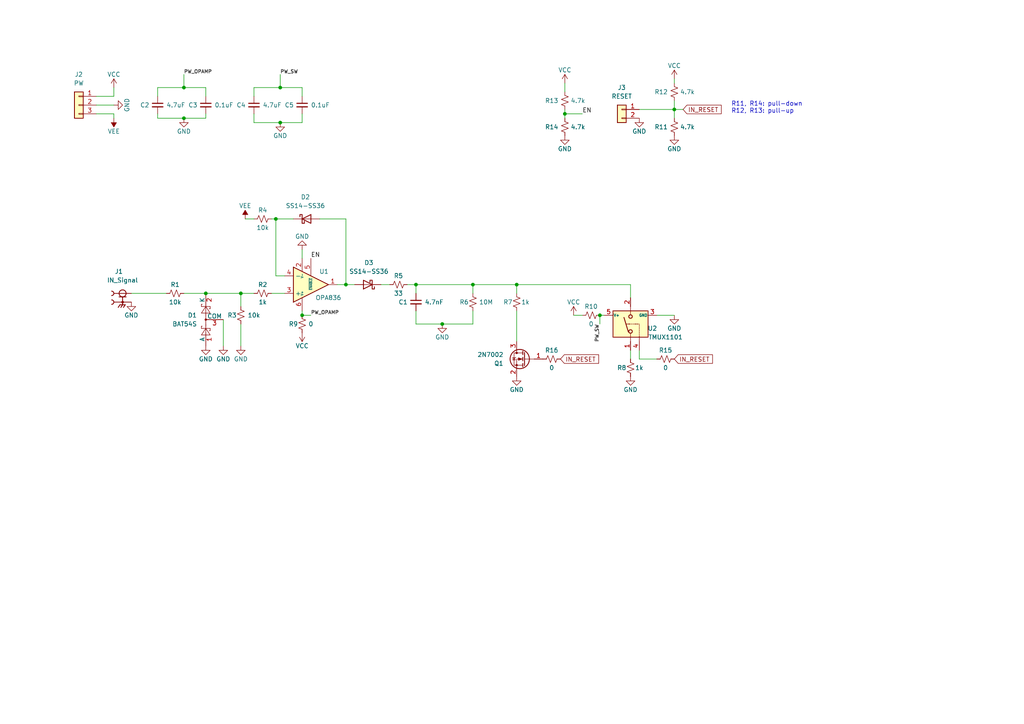
<source format=kicad_sch>
(kicad_sch (version 20230121) (generator eeschema)
  (paper "A4")
  (lib_symbols
    (symbol "Amplifier_Operational:LT6230xS6"
      (property "Reference" "U" (at 0 6.35 0))
      (property "Value" "LT6230xS6" (at 0 3.81 0))
      (symbol "LT6230xS6_1_1"
        (polyline (pts (xy -5.08 5.08) (xy 5.08 0) (xy -5.08 -5.08) (xy -5.08 5.08)) (stroke (width 0.254)) (fill (type background)))
        (pin output line (at 7.62 0 180) (length 2.54) (name "~") (number "1"))
        (pin power_in line (at -2.54 -7.62 90) (length 3.81) (name "V-") (number "2"))
        (pin input line (at -7.62 2.54 0) (length 2.54) (name "+") (number "3"))
        (pin input line (at -7.62 -2.54 0) (length 2.54) (name "-") (number "4"))
        (pin input line (at 0 -7.62 90) (length 5.08) (name "~{ENABLE}") (number "5"))
        (pin power_in line (at -2.54 7.62 270) (length 3.81) (name "V+") (number "6"))
      )
    )
    (symbol "Analog_Switch:TS5A3166DBVR" (pin_names (offset 0.127))
      (property "Reference" "U" (at -3.81 6.35 0))
      (property "Value" "TS5A3166DBVR" (at 3.81 -6.35 0))
      (symbol "TS5A3166DBVR_0_1"
        (polyline (pts (xy -5.08 -2.54) (xy -3.302 -2.54)))
        (polyline (pts (xy -3.048 -2.54) (xy -2.794 -2.54)))
        (polyline (pts (xy -2.54 -2.54) (xy -2.286 -2.54)))
        (polyline (pts (xy -2.032 -2.54) (xy -1.778 -2.54)))
        (polyline (pts (xy -1.524 -2.54) (xy -1.27 -2.54)))
        (polyline (pts (xy -1.016 -2.54) (xy -0.762 -2.54)))
        (polyline (pts (xy -0.508 -2.54) (xy -0.254 -2.54)))
        (polyline (pts (xy 0 -2.032) (xy 0 -1.778)))
        (polyline (pts (xy 0 -1.524) (xy 0 -1.27)))
      )
      (symbol "TS5A3166DBVR_1_1"
        (rectangle (start -3.81 5.08) (end 3.81 -5.08) (stroke (width 0.254)) (fill (type background)))
        (circle (center -2.159 0) (radius 0.508) (stroke (width 0.254)))
        (polyline (pts (xy -5.08 0) (xy -2.794 0)))
        (polyline (pts (xy -2.286 0.635) (xy 1.905 1.905)) (stroke (width 0.254)))
        (polyline (pts (xy 0 -2.54) (xy 0 -2.286)))
        (polyline (pts (xy 0 -2.032) (xy 0 -1.778)))
        (polyline (pts (xy 0 -1.524) (xy 0 -1.27)))
        (polyline (pts (xy 0 -1.016) (xy 0 -0.762)))
        (polyline (pts (xy 0 -0.508) (xy 0 -0.254)))
        (polyline (pts (xy 0 0) (xy 0 0.508)))
        (polyline (pts (xy 0 0.254) (xy 0 1.27)))
        (polyline (pts (xy 5.08 0) (xy 2.794 0)))
        (circle (center 2.159 0) (radius 0.508) (stroke (width 0.254)))
        (pin passive line (at -7.62 0 0) (length 2.54) (name "~") (number "1"))
        (pin passive line (at 7.62 0 180) (length 2.54) (name "~") (number "2"))
        (pin power_in line (at 2.54 -7.62 90) (length 2.54) (name "GND") (number "3"))
        (pin input line (at -7.62 -2.54 0) (length 2.54) (name "~") (number "4"))
        (pin power_in line (at 2.54 7.62 270) (length 2.54) (name "V+") (number "5"))
      )
    )
    (symbol "CONSMA020.062-G:CONSMA020.062-G" (pin_numbers hide) (pin_names (offset 1.016) hide)
      (property "Reference" "J" (at -3.81 1.524 0))
      (property "Value" "CONSMA020.062-G" (at -4.064 -6.858 0))
      (symbol "CONSMA020.062-G_0_0"
        (arc (start -3.175 -3.175) (mid -2.5427 -2.54) (end -3.175 -1.905) (stroke (width 0.254)))
        (arc (start -3.175 -0.635) (mid -2.5427 0) (end -3.175 0.635) (stroke (width 0.254)))
        (circle (center 0 -2.54) (radius 0.254) (stroke (width 0.254)))
        (polyline (pts (xy -1.016 -1.016) (xy 0 -1.016)) (stroke (width 0.254)))
        (polyline (pts (xy -0.762 -3.302) (xy -1.27 -4.064)) (stroke (width 0.254)))
        (polyline (pts (xy 0 -3.302) (xy -0.762 -3.302)) (stroke (width 0.254)))
        (polyline (pts (xy 0 -3.302) (xy -0.508 -4.064)) (stroke (width 0.254)))
        (polyline (pts (xy 0 -3.302) (xy 0.762 -3.302)) (stroke (width 0.254)))
        (polyline (pts (xy 0 -1.016) (xy 0 -3.302)) (stroke (width 0.254)))
        (polyline (pts (xy 0 -1.016) (xy 1.016 -1.016)) (stroke (width 0.254)))
        (polyline (pts (xy 0.762 -3.302) (xy 0.254 -4.064)) (stroke (width 0.254)))
        (circle (center 0 0) (radius 1.016) (stroke (width 0.254)))
        (pin passive line (at 2.54 0 180) (length 5.08) (name "~") (number "1"))
        (pin passive line (at 2.54 -2.54 180) (length 5.08) (name "~") (number "S1"))
      )
    )
    (symbol "Connector_Generic:Conn_01x02" (pin_names (offset 1.016) hide)
      (property "Reference" "J" (at 0 2.54 0))
      (property "Value" "Conn_01x02" (at 0 -5.08 0))
      (symbol "Conn_01x02_1_1"
        (rectangle (start -1.27 -2.413) (end 0 -2.667) (stroke (width 0.1524)))
        (rectangle (start -1.27 0.127) (end 0 -0.127) (stroke (width 0.1524)))
        (rectangle (start -1.27 1.27) (end 1.27 -3.81) (stroke (width 0.254)) (fill (type background)))
        (pin passive line (at -5.08 0 0) (length 3.81) (name "Pin_1") (number "1"))
        (pin passive line (at -5.08 -2.54 0) (length 3.81) (name "Pin_2") (number "2"))
      )
    )
    (symbol "Connector_Generic:Conn_01x03" (pin_names (offset 1.016) hide)
      (property "Reference" "J" (at 0 5.08 0))
      (property "Value" "Conn_01x03" (at 0 -5.08 0))
      (symbol "Conn_01x03_1_1"
        (rectangle (start -1.27 -2.413) (end 0 -2.667) (stroke (width 0.1524)))
        (rectangle (start -1.27 0.127) (end 0 -0.127) (stroke (width 0.1524)))
        (rectangle (start -1.27 2.667) (end 0 2.413) (stroke (width 0.1524)))
        (rectangle (start -1.27 3.81) (end 1.27 -3.81) (stroke (width 0.254)) (fill (type background)))
        (pin passive line (at -5.08 2.54 0) (length 3.81) (name "Pin_1") (number "1"))
        (pin passive line (at -5.08 0 0) (length 3.81) (name "Pin_2") (number "2"))
        (pin passive line (at -5.08 -2.54 0) (length 3.81) (name "Pin_3") (number "3"))
      )
    )
    (symbol "Device:C_Small" (pin_numbers hide) (pin_names (offset 0.254) hide)
      (property "Reference" "C" (at 0.254 1.778 0))
      (property "Value" "C_Small" (at 0.254 -2.032 0))
      (symbol "C_Small_0_1"
        (polyline (pts (xy -1.524 -0.508) (xy 1.524 -0.508)) (stroke (width 0.3302)))
        (polyline (pts (xy -1.524 0.508) (xy 1.524 0.508)) (stroke (width 0.3048)))
      )
      (symbol "C_Small_1_1"
        (pin passive line (at 0 2.54 270) (length 2.032) (name "~") (number "1"))
        (pin passive line (at 0 -2.54 90) (length 2.032) (name "~") (number "2"))
      )
    )
    (symbol "Device:R_Small_US" (pin_numbers hide) (pin_names (offset 0.254) hide)
      (property "Reference" "R" (at 0.762 0.508 0))
      (property "Value" "R_Small_US" (at 0.762 -1.016 0))
      (symbol "R_Small_US_1_1"
        (polyline (pts (xy 0 0) (xy 1.016 -0.381) (xy 0 -0.762) (xy -1.016 -1.143) (xy 0 -1.524)))
        (polyline (pts (xy 0 1.524) (xy 1.016 1.143) (xy 0 0.762) (xy -1.016 0.381) (xy 0 0)))
        (pin passive line (at 0 2.54 270) (length 1.016) (name "~") (number "1"))
        (pin passive line (at 0 -2.54 90) (length 1.016) (name "~") (number "2"))
      )
    )
    (symbol "Diode:B120-E3" (pin_numbers hide) (pin_names hide)
      (property "Reference" "D" (at 0 2.54 0))
      (property "Value" "B120-E3" (at 0 -2.54 0))
      (symbol "B120-E3_0_1"
        (polyline (pts (xy 1.27 0) (xy -1.27 0)))
        (polyline (pts (xy 1.27 1.27) (xy 1.27 -1.27) (xy -1.27 0) (xy 1.27 1.27)) (stroke (width 0.254)))
        (polyline (pts (xy -1.905 0.635) (xy -1.905 1.27) (xy -1.27 1.27) (xy -1.27 -1.27) (xy -0.635 -1.27) (xy -0.635 -0.635)) (stroke (width 0.254)))
      )
      (symbol "B120-E3_1_1"
        (pin passive line (at -3.81 0 0) (length 2.54) (name "K") (number "1"))
        (pin passive line (at 3.81 0 180) (length 2.54) (name "A") (number "2"))
      )
    )
    (symbol "Diode:BAT54S" (pin_names (offset 0))
      (property "Reference" "D" (at 2.54 -5.08 0))
      (property "Value" "BAT54S" (at -6.35 3.175 0))
      (symbol "BAT54S_0_1"
        (polyline (pts (xy -3.81 0) (xy -1.27 0)))
        (polyline (pts (xy -3.175 -1.27) (xy -3.175 -1.016)))
        (polyline (pts (xy -2.54 -1.27) (xy -3.175 -1.27)))
        (polyline (pts (xy -2.54 -1.27) (xy -2.54 1.27)))
        (polyline (pts (xy -2.54 1.27) (xy -1.905 1.27)))
        (polyline (pts (xy -1.905 0) (xy 1.905 0)))
        (polyline (pts (xy -1.905 1.27) (xy -1.905 1.016)))
        (polyline (pts (xy 1.27 0) (xy 3.81 0)))
        (polyline (pts (xy 3.175 -1.27) (xy 3.175 -1.016)))
        (polyline (pts (xy 3.81 -1.27) (xy 3.175 -1.27)))
        (polyline (pts (xy 3.81 -1.27) (xy 3.81 1.27)))
        (polyline (pts (xy 3.81 1.27) (xy 4.445 1.27)))
        (polyline (pts (xy 4.445 1.27) (xy 4.445 1.016)))
        (polyline (pts (xy -4.445 1.27) (xy -4.445 -1.27) (xy -2.54 0) (xy -4.445 1.27)))
        (polyline (pts (xy 1.905 1.27) (xy 1.905 -1.27) (xy 3.81 0) (xy 1.905 1.27)))
        (circle (center 0 0) (radius 0.254) (fill (type outline)))
      )
      (symbol "BAT54S_1_1"
        (pin passive line (at -7.62 0 0) (length 3.81) (name "A") (number "1"))
        (pin passive line (at 7.62 0 180) (length 3.81) (name "K") (number "2"))
        (pin passive line (at 0 -5.08 90) (length 5.08) (name "COM") (number "3"))
      )
    )
    (symbol "Transistor_FET:2N7002" (pin_names hide)
      (property "Reference" "Q" (at 5.08 1.905 0))
      (property "Value" "2N7002" (at 5.08 0 0))
      (symbol "2N7002_0_1"
        (polyline (pts (xy 0.254 0) (xy -2.54 0)))
        (polyline (pts (xy 0.254 1.905) (xy 0.254 -1.905)) (stroke (width 0.254)))
        (polyline (pts (xy 0.762 -1.27) (xy 0.762 -2.286)) (stroke (width 0.254)))
        (polyline (pts (xy 0.762 0.508) (xy 0.762 -0.508)) (stroke (width 0.254)))
        (polyline (pts (xy 0.762 2.286) (xy 0.762 1.27)) (stroke (width 0.254)))
        (polyline (pts (xy 2.54 2.54) (xy 2.54 1.778)))
        (polyline (pts (xy 2.54 -2.54) (xy 2.54 0) (xy 0.762 0)))
        (polyline (pts (xy 0.762 -1.778) (xy 3.302 -1.778) (xy 3.302 1.778) (xy 0.762 1.778)))
        (polyline (pts (xy 1.016 0) (xy 2.032 0.381) (xy 2.032 -0.381) (xy 1.016 0)) (fill (type outline)))
        (polyline (pts (xy 2.794 0.508) (xy 2.921 0.381) (xy 3.683 0.381) (xy 3.81 0.254)))
        (polyline (pts (xy 3.302 0.381) (xy 2.921 -0.254) (xy 3.683 -0.254) (xy 3.302 0.381)))
        (circle (center 1.651 0) (radius 2.794) (stroke (width 0.254)))
        (circle (center 2.54 -1.778) (radius 0.254) (fill (type outline)))
        (circle (center 2.54 1.778) (radius 0.254) (fill (type outline)))
      )
      (symbol "2N7002_1_1"
        (pin input line (at -5.08 0 0) (length 2.54) (name "G") (number "1"))
        (pin passive line (at 2.54 -5.08 90) (length 2.54) (name "S") (number "2"))
        (pin passive line (at 2.54 5.08 270) (length 2.54) (name "D") (number "3"))
      )
    )
    (symbol "power:GND" (power) (pin_names (offset 0))
      (property "Value" "GND" (at 0 -3.81 0))
      (symbol "GND_0_1"
        (polyline (pts (xy 0 0) (xy 0 -1.27) (xy 1.27 -1.27) (xy 0 -2.54) (xy -1.27 -1.27) (xy 0 -1.27)))
      )
      (symbol "GND_1_1"
        (pin power_in line (at 0 0 270) (length 0) hide (name "GND") (number "1"))
      )
    )
    (symbol "power:VCC" (power) (pin_names (offset 0))
      (property "Value" "VCC" (at 0 3.81 0))
      (symbol "VCC_0_1"
        (polyline (pts (xy -0.762 1.27) (xy 0 2.54)))
        (polyline (pts (xy 0 0) (xy 0 2.54)))
        (polyline (pts (xy 0 2.54) (xy 0.762 1.27)))
      )
      (symbol "VCC_1_1"
        (pin power_in line (at 0 0 90) (length 0) hide (name "VCC") (number "1"))
      )
    )
    (symbol "power:VEE" (power) (pin_names (offset 0))
      (property "Value" "VEE" (at 0 3.81 0))
      (symbol "VEE_0_1"
        (polyline (pts (xy 0 0) (xy 0 2.54)))
        (polyline (pts (xy 0.762 1.27) (xy -0.762 1.27) (xy 0 2.54) (xy 0.762 1.27)) (fill (type outline)))
      )
      (symbol "VEE_1_1"
        (pin power_in line (at 0 0 90) (length 0) hide (name "VEE") (number "1"))
      )
    )
  )
  (junction (at 173.99 91.44))
  (junction (at 69.85 85.09))
  (junction (at 53.34 25.4))
  (junction (at 163.83 33.02))
  (junction (at 149.86 82.55))
  (junction (at 195.58 31.75))
  (junction (at 100.33 82.55))
  (junction (at 120.65 82.55))
  (junction (at 81.28 25.4))
  (junction (at 53.34 34.29))
  (junction (at 87.63 91.44))
  (junction (at 81.28 35.56))
  (junction (at 80.01 63.5))
  (junction (at 128.27 93.98))
  (junction (at 59.69 85.09))
  (junction (at 137.16 82.55))
  (wire (pts (xy 166.37 91.44) (xy 168.91 91.44)))
  (wire (pts (xy 64.77 92.71) (xy 64.77 100.33)))
  (wire (pts (xy 27.94 30.48) (xy 33.02 30.48)))
  (wire (pts (xy 195.58 34.29) (xy 195.58 31.75)))
  (wire (pts (xy 120.65 82.55) (xy 137.16 82.55)))
  (wire (pts (xy 73.66 35.56) (xy 81.28 35.56)))
  (wire (pts (xy 195.58 31.75) (xy 198.12 31.75)))
  (wire (pts (xy 118.11 82.55) (xy 120.65 82.55)))
  (wire (pts (xy 81.28 35.56) (xy 87.63 35.56)))
  (wire (pts (xy 173.99 91.44) (xy 175.26 91.44)))
  (wire (pts (xy 87.63 90.17) (xy 87.63 91.44)))
  (wire (pts (xy 69.85 93.98) (xy 69.85 100.33)))
  (wire (pts (xy 38.1 85.09) (xy 48.26 85.09)))
  (wire (pts (xy 163.83 24.13) (xy 163.83 26.67)))
  (wire (pts (xy 128.27 93.98) (xy 137.16 93.98)))
  (wire (pts (xy 71.12 63.5) (xy 73.66 63.5)))
  (wire (pts (xy 185.42 104.14) (xy 185.42 101.6)))
  (wire (pts (xy 190.5 104.14) (xy 185.42 104.14)))
  (wire (pts (xy 137.16 85.09) (xy 137.16 82.55)))
  (wire (pts (xy 45.72 25.4) (xy 53.34 25.4)))
  (wire (pts (xy 163.83 33.02) (xy 163.83 34.29)))
  (wire (pts (xy 81.28 25.4) (xy 87.63 25.4)))
  (wire (pts (xy 73.66 33.02) (xy 73.66 35.56)))
  (wire (pts (xy 137.16 82.55) (xy 149.86 82.55)))
  (wire (pts (xy 73.66 25.4) (xy 73.66 27.94)))
  (wire (pts (xy 92.71 63.5) (xy 100.33 63.5)))
  (wire (pts (xy 45.72 34.29) (xy 53.34 34.29)))
  (wire (pts (xy 53.34 21.59) (xy 53.34 25.4)))
  (wire (pts (xy 195.58 29.21) (xy 195.58 31.75)))
  (wire (pts (xy 137.16 90.17) (xy 137.16 93.98)))
  (wire (pts (xy 53.34 25.4) (xy 59.69 25.4)))
  (wire (pts (xy 182.88 101.6) (xy 182.88 104.14)))
  (wire (pts (xy 120.65 90.17) (xy 120.65 93.98)))
  (wire (pts (xy 78.74 85.09) (xy 82.55 85.09)))
  (wire (pts (xy 87.63 33.02) (xy 87.63 35.56)))
  (wire (pts (xy 185.42 31.75) (xy 195.58 31.75)))
  (wire (pts (xy 87.63 91.44) (xy 90.17 91.44)))
  (wire (pts (xy 120.65 93.98) (xy 128.27 93.98)))
  (wire (pts (xy 173.99 91.44) (xy 173.99 93.98)))
  (wire (pts (xy 80.01 63.5) (xy 85.09 63.5)))
  (wire (pts (xy 149.86 85.09) (xy 149.86 82.55)))
  (wire (pts (xy 120.65 82.55) (xy 120.65 85.09)))
  (wire (pts (xy 59.69 33.02) (xy 59.69 34.29)))
  (wire (pts (xy 33.02 25.4) (xy 33.02 27.94)))
  (wire (pts (xy 69.85 85.09) (xy 73.66 85.09)))
  (wire (pts (xy 53.34 85.09) (xy 59.69 85.09)))
  (wire (pts (xy 100.33 82.55) (xy 102.87 82.55)))
  (wire (pts (xy 59.69 25.4) (xy 59.69 27.94)))
  (wire (pts (xy 87.63 72.39) (xy 87.63 74.93)))
  (wire (pts (xy 27.94 27.94) (xy 33.02 27.94)))
  (wire (pts (xy 45.72 25.4) (xy 45.72 27.94)))
  (wire (pts (xy 81.28 21.59) (xy 81.28 25.4)))
  (wire (pts (xy 82.55 80.01) (xy 80.01 80.01)))
  (wire (pts (xy 110.49 82.55) (xy 113.03 82.55)))
  (wire (pts (xy 195.58 22.86) (xy 195.58 24.13)))
  (wire (pts (xy 87.63 25.4) (xy 87.63 27.94)))
  (wire (pts (xy 78.74 63.5) (xy 80.01 63.5)))
  (wire (pts (xy 73.66 25.4) (xy 81.28 25.4)))
  (wire (pts (xy 69.85 85.09) (xy 69.85 88.9)))
  (wire (pts (xy 100.33 82.55) (xy 97.79 82.55)))
  (wire (pts (xy 149.86 90.17) (xy 149.86 99.06)))
  (wire (pts (xy 80.01 80.01) (xy 80.01 63.5)))
  (wire (pts (xy 182.88 86.36) (xy 182.88 82.55)))
  (wire (pts (xy 149.86 82.55) (xy 182.88 82.55)))
  (wire (pts (xy 190.5 91.44) (xy 195.58 91.44)))
  (wire (pts (xy 163.83 33.02) (xy 168.91 33.02)))
  (wire (pts (xy 163.83 31.75) (xy 163.83 33.02)))
  (wire (pts (xy 59.69 85.09) (xy 69.85 85.09)))
  (wire (pts (xy 33.02 33.02) (xy 27.94 33.02)))
  (wire (pts (xy 100.33 63.5) (xy 100.33 82.55)))
  (wire (pts (xy 45.72 33.02) (xy 45.72 34.29)))
  (wire (pts (xy 53.34 34.29) (xy 59.69 34.29)))
  (wire (pts (xy 33.02 34.29) (xy 33.02 33.02)))
  (text "R11, R14: pull-down\nR12, R13: pull-up \n" (at 212.09 33.02 0) (effects (font (size 1.27 1.27)) (justify left bottom)))
  (label "EN" (at 168.91 33.02 0))
  (label "PW_SW" (at 81.28 21.59 0) (effects (font (size 1 1))))
  (label "PW_OPAMP" (at 53.34 21.59 0) (effects (font (size 1 1))))
  (label "PW_OPAMP" (at 90.17 91.44 0) (effects (font (size 1 1))))
  (label "EN" (at 90.17 74.93 0))
  (label "PW_SW" (at 173.99 93.98 270) (effects (font (size 1 1))))
  (global_label "IN_RESET" (shape input) (at 198.12 31.75 0) (property "Intersheetrefs" "${INTERSHEET_REFS}" (effects hide)))
  (global_label "IN_RESET" (shape input) (at 162.56 104.14 0) (property "Intersheetrefs" "${INTERSHEET_REFS}" (effects hide)))
  (global_label "IN_RESET" (shape input) (at 195.58 104.14 0) (property "Intersheetrefs" "${INTERSHEET_REFS}" (effects hide)))
  (symbol (lib_id "Diode:BAT54S") (at 59.69 92.71 90) (unit 1)
    (property "Reference" "D1" (at 57.15 91.44 90) (effects (justify left)))
    (property "Value" "BAT54S" (at 57.15 93.98 90) (effects (justify left)))
    (property "Footprint" "Package_TO_SOT_SMD:SOT-23" (effects hide))
    (property "Datasheet" "https://www.diodes.com/assets/Datasheets/ds11005.pdf" (effects hide))
  )
  (symbol (lib_id "Device:R_Small_US") (at 160.02 104.14 90) (unit 1)
    (property "Reference" "R16" (at 160.02 101.6 90))
    (property "Value" "0" (at 160.02 106.68 90))
    (property "Footprint" "Resistor_SMD:R_0805_2012Metric_Pad1.20x1.40mm_HandSolder" (effects hide))
  )
  (symbol (lib_id "Device:R_Small_US") (at 76.2 63.5 90) (unit 1)
    (property "Reference" "R4" (at 76.2 60.96 90))
    (property "Value" "10k" (at 76.2 66.04 90))
    (property "Footprint" "Resistor_SMD:R_0805_2012Metric_Pad1.20x1.40mm_HandSolder" (effects hide))
  )
  (symbol (lib_id "Device:R_Small_US") (at 137.16 87.63 180) (unit 1)
    (property "Reference" "R6" (at 134.62 87.63 0))
    (property "Value" "10M" (at 140.97 87.63 0))
    (property "Footprint" "Resistor_SMD:R_0805_2012Metric_Pad1.20x1.40mm_HandSolder" (effects hide))
  )
  (symbol (lib_id "power:VCC") (at 195.58 22.86 0) (unit 1)
    (property "Reference" "#PWR016" (effects hide))
    (property "Value" "VCC" (at 195.58 19.05 0))
  )
  (symbol (lib_id "power:GND") (at 195.58 39.37 0) (unit 1)
    (property "Reference" "#PWR017" (effects hide))
    (property "Value" "GND" (at 195.58 43.18 0))
  )
  (symbol (lib_id "power:GND") (at 64.77 100.33 0) (unit 1)
    (property "Reference" "#PWR01" (effects hide))
    (property "Value" "GND" (at 64.77 104.14 0))
  )
  (symbol (lib_id "power:GND") (at 59.69 100.33 0) (unit 1)
    (property "Reference" "#PWR010" (effects hide))
    (property "Value" "GND" (at 59.69 104.14 0))
  )
  (symbol (lib_id "power:GND") (at 33.02 30.48 90) (unit 1)
    (property "Reference" "#PWR015" (effects hide))
    (property "Value" "GND" (at 36.83 30.48 0))
  )
  (symbol (lib_id "power:VCC") (at 163.83 24.13 0) (unit 1)
    (property "Reference" "#PWR019" (effects hide))
    (property "Value" "VCC" (at 163.83 20.32 0))
  )
  (symbol (lib_id "Diode:B120-E3") (at 88.9 63.5 0) (unit 1)
    (property "Reference" "D2" (at 88.5825 57.15 0))
    (property "Value" "SS14-SS36" (at 88.5825 59.69 0))
    (property "Footprint" "Diode_SMD:D_SMA" (effects hide))
    (property "Datasheet" "http://www.vishay.com/docs/88946/b120.pdf" (effects hide))
  )
  (symbol (lib_id "power:GND") (at 69.85 100.33 0) (unit 1)
    (property "Reference" "#PWR02" (effects hide))
    (property "Value" "GND" (at 69.85 104.14 0))
  )
  (symbol (lib_id "Device:C_Small") (at 73.66 30.48 0) (unit 1)
    (property "Reference" "C4" (at 68.58 30.48 0) (effects (justify left)))
    (property "Value" "4.7uF" (at 76.2 30.48 0) (effects (justify left)))
    (property "Footprint" "Capacitor_SMD:C_0805_2012Metric_Pad1.18x1.45mm_HandSolder" (effects hide))
  )
  (symbol (lib_id "power:GND") (at 87.63 72.39 180) (unit 1)
    (property "Reference" "#PWR011" (effects hide))
    (property "Value" "GND" (at 87.63 68.58 0))
  )
  (symbol (lib_id "Device:R_Small_US") (at 115.57 82.55 90) (unit 1)
    (property "Reference" "R5" (at 115.57 80.01 90))
    (property "Value" "33" (at 115.57 85.09 90))
    (property "Footprint" "Resistor_SMD:R_0805_2012Metric_Pad1.20x1.40mm_HandSolder" (effects hide))
  )
  (symbol (lib_id "power:GND") (at 81.28 35.56 0) (unit 1)
    (property "Reference" "#PWR022" (effects hide))
    (property "Value" "GND" (at 81.28 39.37 0))
  )
  (symbol (lib_id "Device:R_Small_US") (at 163.83 29.21 0) (unit 1)
    (property "Reference" "R13" (at 160.02 29.21 0))
    (property "Value" "4.7k" (at 167.64 29.21 0))
    (property "Footprint" "Resistor_SMD:R_0805_2012Metric_Pad1.20x1.40mm_HandSolder" (effects hide))
  )
  (symbol (lib_id "Device:R_Small_US") (at 50.8 85.09 90) (unit 1)
    (property "Reference" "R1" (at 50.8 82.55 90))
    (property "Value" "10k" (at 50.8 87.63 90))
    (property "Footprint" "Resistor_SMD:R_0805_2012Metric_Pad1.20x1.40mm_HandSolder" (effects hide))
  )
  (symbol (lib_id "power:VCC") (at 166.37 91.44 0) (unit 1)
    (property "Reference" "#PWR014" (effects hide))
    (property "Value" "VCC" (at 166.37 87.63 0))
  )
  (symbol (lib_id "power:GND") (at 38.1 87.63 0) (unit 1)
    (property "Reference" "#PWR09" (effects hide))
    (property "Value" "GND" (at 38.1 91.44 0))
  )
  (symbol (lib_id "Device:R_Small_US") (at 195.58 36.83 180) (unit 1)
    (property "Reference" "R11" (at 191.77 36.83 0))
    (property "Value" "4.7k" (at 199.39 36.83 0))
    (property "Footprint" "Resistor_SMD:R_0805_2012Metric_Pad1.20x1.40mm_HandSolder" (effects hide))
  )
  (symbol (lib_id "Transistor_FET:2N7002") (at 152.4 104.14 0) (mirror y) (unit 1)
    (property "Reference" "Q1" (at 146.05 105.41 0) (effects (justify left)))
    (property "Value" "2N7002" (at 146.05 102.87 0) (effects (justify left)))
    (property "Footprint" "Package_TO_SOT_SMD:SOT-23" (effects hide))
    (property "Datasheet" "https://www.onsemi.com/pub/Collateral/NDS7002A-D.PDF" (effects hide))
  )
  (symbol (lib_id "Device:C_Small") (at 59.69 30.48 0) (unit 1)
    (property "Reference" "C3" (at 54.61 30.48 0) (effects (justify left)))
    (property "Value" "0.1uF" (at 62.23 30.48 0) (effects (justify left)))
    (property "Footprint" "Capacitor_SMD:C_0805_2012Metric_Pad1.18x1.45mm_HandSolder" (effects hide))
  )
  (symbol (lib_id "Device:R_Small_US") (at 87.63 93.98 180) (unit 1)
    (property "Reference" "R9" (at 85.09 93.98 0))
    (property "Value" "0" (at 90.17 93.98 0))
    (property "Footprint" "Resistor_SMD:R_0805_2012Metric_Pad1.20x1.40mm_HandSolder" (effects hide))
  )
  (symbol (lib_id "Device:R_Small_US") (at 69.85 91.44 180) (unit 1)
    (property "Reference" "R3" (at 67.31 91.44 0))
    (property "Value" "10k" (at 73.66 91.44 0))
    (property "Footprint" "Resistor_SMD:R_0805_2012Metric_Pad1.20x1.40mm_HandSolder" (effects hide))
  )
  (symbol (lib_id "power:VCC") (at 87.63 96.52 180) (unit 1)
    (property "Reference" "#PWR07" (effects hide))
    (property "Value" "VCC" (at 87.63 100.33 0))
  )
  (symbol (lib_id "Diode:B120-E3") (at 106.68 82.55 180) (unit 1)
    (property "Reference" "D3" (at 106.9975 76.2 0))
    (property "Value" "SS14-SS36" (at 106.9975 78.74 0))
    (property "Footprint" "Diode_SMD:D_SMA" (effects hide))
    (property "Datasheet" "http://www.vishay.com/docs/88946/b120.pdf" (effects hide))
  )
  (symbol (lib_id "power:VEE") (at 33.02 34.29 180) (unit 1)
    (property "Reference" "#PWR013" (effects hide))
    (property "Value" "VEE" (at 33.02 38.1 0))
  )
  (symbol (lib_id "Analog_Switch:TS5A3166DBVR") (at 182.88 93.98 90) (unit 1)
    (property "Reference" "U2" (at 189.23 95.25 90))
    (property "Value" "TMUX1101" (at 193.04 97.79 90))
    (property "Footprint" "Package_TO_SOT_SMD:SOT-23-5" (effects hide))
    (property "Datasheet" " http://www.ti.com/lit/ds/symlink/ts5a3166.pdf" (effects hide))
  )
  (symbol (lib_id "Amplifier_Operational:LT6230xS6") (at 90.17 82.55 0) (mirror x) (unit 1)
    (property "Reference" "U1" (at 93.98 78.74 0))
    (property "Value" "OPA836" (at 95.25 86.36 0))
    (property "Footprint" "Package_TO_SOT_SMD:TSOT-23-6" (effects hide))
    (property "Datasheet" "https://www.analog.com/media/en/technical-documentation/data-sheets/623012fc.pdf" (effects hide))
  )
  (symbol (lib_id "power:GND") (at 195.58 91.44 0) (unit 1)
    (property "Reference" "#PWR06" (effects hide))
    (property "Value" "GND" (at 195.58 95.25 0))
  )
  (symbol (lib_id "power:GND") (at 182.88 109.22 0) (unit 1)
    (property "Reference" "#PWR05" (effects hide))
    (property "Value" "GND" (at 182.88 113.03 0))
  )
  (symbol (lib_id "Device:R_Small_US") (at 195.58 26.67 180) (unit 1)
    (property "Reference" "R12" (at 191.77 26.67 0))
    (property "Value" "4.7k" (at 199.39 26.67 0))
    (property "Footprint" "Resistor_SMD:R_0805_2012Metric_Pad1.20x1.40mm_HandSolder" (effects hide))
  )
  (symbol (lib_id "Device:R_Small_US") (at 149.86 87.63 180) (unit 1)
    (property "Reference" "R7" (at 147.32 87.63 0))
    (property "Value" "1k" (at 152.4 87.63 0))
    (property "Footprint" "Resistor_SMD:R_0805_2012Metric_Pad1.20x1.40mm_HandSolder" (effects hide))
  )
  (symbol (lib_id "Device:C_Small") (at 120.65 87.63 0) (unit 1)
    (property "Reference" "C1" (at 115.57 87.63 0) (effects (justify left)))
    (property "Value" "4.7nF" (at 123.19 87.63 0) (effects (justify left)))
    (property "Footprint" "Capacitor_SMD:C_0805_2012Metric_Pad1.18x1.45mm_HandSolder" (effects hide))
  )
  (symbol (lib_id "power:GND") (at 185.42 34.29 0) (unit 1)
    (property "Reference" "#PWR018" (effects hide))
    (property "Value" "GND" (at 185.42 38.1 0))
  )
  (symbol (lib_id "Connector_Generic:Conn_01x02") (at 180.34 31.75 0) (mirror y) (unit 1)
    (property "Reference" "J3" (at 180.34 25.4 0))
    (property "Value" "RESET" (at 180.34 27.94 0))
    (property "Footprint" "Connector_PinHeader_2.54mm:PinHeader_1x02_P2.54mm_Vertical" (effects hide))
  )
  (symbol (lib_id "power:VEE") (at 71.12 63.5 0) (unit 1)
    (property "Reference" "#PWR08" (effects hide))
    (property "Value" "VEE" (at 71.12 59.69 0))
  )
  (symbol (lib_id "CONSMA020.062-G:CONSMA020.062-G") (at 35.56 85.09 0) (unit 1)
    (property "Reference" "J1" (at 34.4805 78.74 0))
    (property "Value" "IN_Signal" (at 35.56 81.28 0))
    (property "Footprint" "CONSMA020.062-G:LINX_CONSMA020.062-G" (effects hide))
    (property "PARTREV" "A" (effects hide))
    (property "STANDARD" "Manufacturer Recommendations" (effects hide))
    (property "MAXIMUM_PACKAGE_HEIGHT" "4.34mm" (effects hide))
    (property "MANUFACTURER" "Linx Technologies" (effects hide))
  )
  (symbol (lib_id "Device:R_Small_US") (at 193.04 104.14 90) (unit 1)
    (property "Reference" "R15" (at 193.04 101.6 90))
    (property "Value" "0" (at 193.04 106.68 90))
    (property "Footprint" "Resistor_SMD:R_0805_2012Metric_Pad1.20x1.40mm_HandSolder" (effects hide))
  )
  (symbol (lib_id "power:GND") (at 163.83 39.37 0) (unit 1)
    (property "Reference" "#PWR020" (effects hide))
    (property "Value" "GND" (at 163.83 43.18 0))
  )
  (symbol (lib_id "Device:R_Small_US") (at 163.83 36.83 0) (unit 1)
    (property "Reference" "R14" (at 160.02 36.83 0))
    (property "Value" "4.7k" (at 167.64 36.83 0))
    (property "Footprint" "Resistor_SMD:R_0805_2012Metric_Pad1.20x1.40mm_HandSolder" (effects hide))
  )
  (symbol (lib_id "Connector_Generic:Conn_01x03") (at 22.86 30.48 0) (mirror y) (unit 1)
    (property "Reference" "J2" (at 22.86 21.59 0))
    (property "Value" "PW" (at 22.86 24.13 0))
    (property "Footprint" "Connector_PinHeader_2.54mm:PinHeader_1x03_P2.54mm_Vertical" (effects hide))
  )
  (symbol (lib_id "power:VCC") (at 33.02 25.4 0) (unit 1)
    (property "Reference" "#PWR012" (effects hide))
    (property "Value" "VCC" (at 33.02 21.59 0))
  )
  (symbol (lib_id "Device:R_Small_US") (at 76.2 85.09 90) (unit 1)
    (property "Reference" "R2" (at 76.2 82.55 90))
    (property "Value" "1k" (at 76.2 87.63 90))
    (property "Footprint" "Resistor_SMD:R_0805_2012Metric_Pad1.20x1.40mm_HandSolder" (effects hide))
  )
  (symbol (lib_id "Device:R_Small_US") (at 182.88 106.68 180) (unit 1)
    (property "Reference" "R8" (at 180.34 106.68 0))
    (property "Value" "1k" (at 185.42 106.68 0))
    (property "Footprint" "Resistor_SMD:R_0805_2012Metric_Pad1.20x1.40mm_HandSolder" (effects hide))
  )
  (symbol (lib_id "Device:R_Small_US") (at 171.45 91.44 90) (unit 1)
    (property "Reference" "R10" (at 171.45 88.9 90))
    (property "Value" "0" (at 171.45 93.98 90))
    (property "Footprint" "Resistor_SMD:R_0805_2012Metric_Pad1.20x1.40mm_HandSolder" (effects hide))
  )
  (symbol (lib_id "Device:C_Small") (at 45.72 30.48 0) (unit 1)
    (property "Reference" "C2" (at 40.64 30.48 0) (effects (justify left)))
    (property "Value" "4.7uF" (at 48.26 30.48 0) (effects (justify left)))
    (property "Footprint" "Resistor_SMD:R_0805_2012Metric_Pad1.20x1.40mm_HandSolder" (effects hide))
  )
  (symbol (lib_id "power:GND") (at 149.86 109.22 0) (unit 1)
    (property "Reference" "#PWR04" (effects hide))
    (property "Value" "GND" (at 149.86 113.03 0))
  )
  (symbol (lib_id "Device:C_Small") (at 87.63 30.48 0) (unit 1)
    (property "Reference" "C5" (at 82.55 30.48 0) (effects (justify left)))
    (property "Value" "0.1uF" (at 90.17 30.48 0) (effects (justify left)))
    (property "Footprint" "Capacitor_SMD:C_0805_2012Metric_Pad1.18x1.45mm_HandSolder" (effects hide))
  )
  (symbol (lib_id "power:GND") (at 53.34 34.29 0) (unit 1)
    (property "Reference" "#PWR021" (effects hide))
    (property "Value" "GND" (at 53.34 38.1 0))
  )
  (symbol (lib_id "power:GND") (at 128.27 93.98 0) (unit 1)
    (property "Reference" "#PWR03" (effects hide))
    (property "Value" "GND" (at 128.27 97.79 0))
  )
)
</source>
